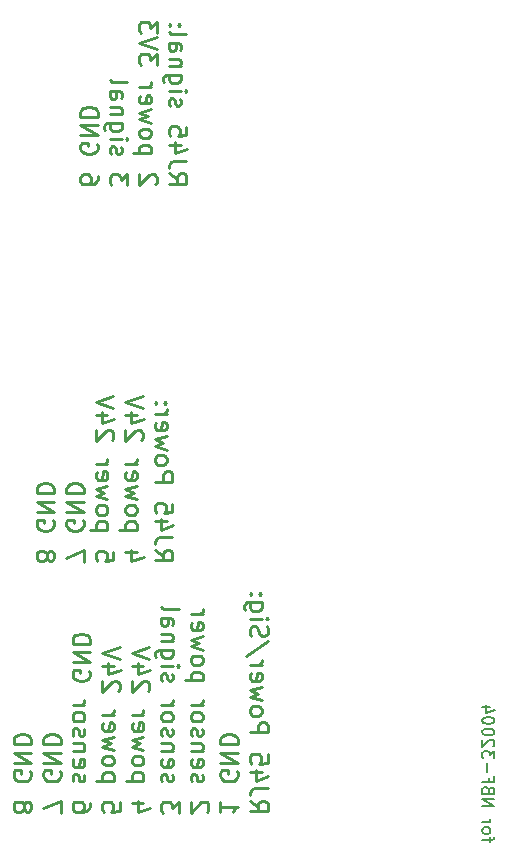
<source format=gbr>
G04 #@! TF.GenerationSoftware,KiCad,Pcbnew,(5.1.2)-2*
G04 #@! TF.CreationDate,2020-11-27T11:43:39-06:00*
G04 #@! TF.ProjectId,TempMonitor10PCB,54656d70-4d6f-46e6-9974-6f7231305043,rev?*
G04 #@! TF.SameCoordinates,Original*
G04 #@! TF.FileFunction,Legend,Bot*
G04 #@! TF.FilePolarity,Positive*
%FSLAX46Y46*%
G04 Gerber Fmt 4.6, Leading zero omitted, Abs format (unit mm)*
G04 Created by KiCad (PCBNEW (5.1.2)-2) date 2020-11-27 11:43:39*
%MOMM*%
%LPD*%
G04 APERTURE LIST*
%ADD10C,0.250000*%
%ADD11C,0.150000*%
G04 APERTURE END LIST*
D10*
X66881628Y-95930614D02*
X67595914Y-96430614D01*
X66881628Y-96787757D02*
X68381628Y-96787757D01*
X68381628Y-96216328D01*
X68310200Y-96073471D01*
X68238771Y-96002042D01*
X68095914Y-95930614D01*
X67881628Y-95930614D01*
X67738771Y-96002042D01*
X67667342Y-96073471D01*
X67595914Y-96216328D01*
X67595914Y-96787757D01*
X68381628Y-94859185D02*
X67310200Y-94859185D01*
X67095914Y-94930614D01*
X66953057Y-95073471D01*
X66881628Y-95287757D01*
X66881628Y-95430614D01*
X67881628Y-93502042D02*
X66881628Y-93502042D01*
X68453057Y-93859185D02*
X67381628Y-94216328D01*
X67381628Y-93287757D01*
X68381628Y-92002042D02*
X68381628Y-92716328D01*
X67667342Y-92787757D01*
X67738771Y-92716328D01*
X67810200Y-92573471D01*
X67810200Y-92216328D01*
X67738771Y-92073471D01*
X67667342Y-92002042D01*
X67524485Y-91930614D01*
X67167342Y-91930614D01*
X67024485Y-92002042D01*
X66953057Y-92073471D01*
X66881628Y-92216328D01*
X66881628Y-92573471D01*
X66953057Y-92716328D01*
X67024485Y-92787757D01*
X66881628Y-90144900D02*
X68381628Y-90144900D01*
X68381628Y-89573471D01*
X68310200Y-89430614D01*
X68238771Y-89359185D01*
X68095914Y-89287757D01*
X67881628Y-89287757D01*
X67738771Y-89359185D01*
X67667342Y-89430614D01*
X67595914Y-89573471D01*
X67595914Y-90144900D01*
X66881628Y-88430614D02*
X66953057Y-88573471D01*
X67024485Y-88644900D01*
X67167342Y-88716328D01*
X67595914Y-88716328D01*
X67738771Y-88644900D01*
X67810200Y-88573471D01*
X67881628Y-88430614D01*
X67881628Y-88216328D01*
X67810200Y-88073471D01*
X67738771Y-88002042D01*
X67595914Y-87930614D01*
X67167342Y-87930614D01*
X67024485Y-88002042D01*
X66953057Y-88073471D01*
X66881628Y-88216328D01*
X66881628Y-88430614D01*
X67881628Y-87430614D02*
X66881628Y-87144900D01*
X67595914Y-86859185D01*
X66881628Y-86573471D01*
X67881628Y-86287757D01*
X66953057Y-85144900D02*
X66881628Y-85287757D01*
X66881628Y-85573471D01*
X66953057Y-85716328D01*
X67095914Y-85787757D01*
X67667342Y-85787757D01*
X67810200Y-85716328D01*
X67881628Y-85573471D01*
X67881628Y-85287757D01*
X67810200Y-85144900D01*
X67667342Y-85073471D01*
X67524485Y-85073471D01*
X67381628Y-85787757D01*
X66881628Y-84430614D02*
X67881628Y-84430614D01*
X67595914Y-84430614D02*
X67738771Y-84359185D01*
X67810200Y-84287757D01*
X67881628Y-84144900D01*
X67881628Y-84002042D01*
X67024485Y-83502042D02*
X66953057Y-83430614D01*
X66881628Y-83502042D01*
X66953057Y-83573471D01*
X67024485Y-83502042D01*
X66881628Y-83502042D01*
X67810200Y-83502042D02*
X67738771Y-83430614D01*
X67667342Y-83502042D01*
X67738771Y-83573471D01*
X67810200Y-83502042D01*
X67667342Y-83502042D01*
X65381628Y-96144900D02*
X64381628Y-96144900D01*
X65953057Y-96502042D02*
X64881628Y-96859185D01*
X64881628Y-95930614D01*
X65381628Y-94216328D02*
X63881628Y-94216328D01*
X65310200Y-94216328D02*
X65381628Y-94073471D01*
X65381628Y-93787757D01*
X65310200Y-93644900D01*
X65238771Y-93573471D01*
X65095914Y-93502042D01*
X64667342Y-93502042D01*
X64524485Y-93573471D01*
X64453057Y-93644900D01*
X64381628Y-93787757D01*
X64381628Y-94073471D01*
X64453057Y-94216328D01*
X64381628Y-92644900D02*
X64453057Y-92787757D01*
X64524485Y-92859185D01*
X64667342Y-92930614D01*
X65095914Y-92930614D01*
X65238771Y-92859185D01*
X65310200Y-92787757D01*
X65381628Y-92644900D01*
X65381628Y-92430614D01*
X65310200Y-92287757D01*
X65238771Y-92216328D01*
X65095914Y-92144900D01*
X64667342Y-92144900D01*
X64524485Y-92216328D01*
X64453057Y-92287757D01*
X64381628Y-92430614D01*
X64381628Y-92644900D01*
X65381628Y-91644900D02*
X64381628Y-91359185D01*
X65095914Y-91073471D01*
X64381628Y-90787757D01*
X65381628Y-90502042D01*
X64453057Y-89359185D02*
X64381628Y-89502042D01*
X64381628Y-89787757D01*
X64453057Y-89930614D01*
X64595914Y-90002042D01*
X65167342Y-90002042D01*
X65310200Y-89930614D01*
X65381628Y-89787757D01*
X65381628Y-89502042D01*
X65310200Y-89359185D01*
X65167342Y-89287757D01*
X65024485Y-89287757D01*
X64881628Y-90002042D01*
X64381628Y-88644900D02*
X65381628Y-88644900D01*
X65095914Y-88644900D02*
X65238771Y-88573471D01*
X65310200Y-88502042D01*
X65381628Y-88359185D01*
X65381628Y-88216328D01*
X65738771Y-86644900D02*
X65810200Y-86573471D01*
X65881628Y-86430614D01*
X65881628Y-86073471D01*
X65810200Y-85930614D01*
X65738771Y-85859185D01*
X65595914Y-85787757D01*
X65453057Y-85787757D01*
X65238771Y-85859185D01*
X64381628Y-86716328D01*
X64381628Y-85787757D01*
X65381628Y-84502042D02*
X64381628Y-84502042D01*
X65953057Y-84859185D02*
X64881628Y-85216328D01*
X64881628Y-84287757D01*
X65881628Y-83930614D02*
X64381628Y-83430614D01*
X65881628Y-82930614D01*
X63381628Y-96073471D02*
X63381628Y-96787757D01*
X62667342Y-96859185D01*
X62738771Y-96787757D01*
X62810200Y-96644900D01*
X62810200Y-96287757D01*
X62738771Y-96144900D01*
X62667342Y-96073471D01*
X62524485Y-96002042D01*
X62167342Y-96002042D01*
X62024485Y-96073471D01*
X61953057Y-96144900D01*
X61881628Y-96287757D01*
X61881628Y-96644900D01*
X61953057Y-96787757D01*
X62024485Y-96859185D01*
X62881628Y-94216328D02*
X61381628Y-94216328D01*
X62810200Y-94216328D02*
X62881628Y-94073471D01*
X62881628Y-93787757D01*
X62810200Y-93644900D01*
X62738771Y-93573471D01*
X62595914Y-93502042D01*
X62167342Y-93502042D01*
X62024485Y-93573471D01*
X61953057Y-93644900D01*
X61881628Y-93787757D01*
X61881628Y-94073471D01*
X61953057Y-94216328D01*
X61881628Y-92644900D02*
X61953057Y-92787757D01*
X62024485Y-92859185D01*
X62167342Y-92930614D01*
X62595914Y-92930614D01*
X62738771Y-92859185D01*
X62810200Y-92787757D01*
X62881628Y-92644900D01*
X62881628Y-92430614D01*
X62810200Y-92287757D01*
X62738771Y-92216328D01*
X62595914Y-92144900D01*
X62167342Y-92144900D01*
X62024485Y-92216328D01*
X61953057Y-92287757D01*
X61881628Y-92430614D01*
X61881628Y-92644900D01*
X62881628Y-91644900D02*
X61881628Y-91359185D01*
X62595914Y-91073471D01*
X61881628Y-90787757D01*
X62881628Y-90502042D01*
X61953057Y-89359185D02*
X61881628Y-89502042D01*
X61881628Y-89787757D01*
X61953057Y-89930614D01*
X62095914Y-90002042D01*
X62667342Y-90002042D01*
X62810200Y-89930614D01*
X62881628Y-89787757D01*
X62881628Y-89502042D01*
X62810200Y-89359185D01*
X62667342Y-89287757D01*
X62524485Y-89287757D01*
X62381628Y-90002042D01*
X61881628Y-88644900D02*
X62881628Y-88644900D01*
X62595914Y-88644900D02*
X62738771Y-88573471D01*
X62810200Y-88502042D01*
X62881628Y-88359185D01*
X62881628Y-88216328D01*
X63238771Y-86644900D02*
X63310200Y-86573471D01*
X63381628Y-86430614D01*
X63381628Y-86073471D01*
X63310200Y-85930614D01*
X63238771Y-85859185D01*
X63095914Y-85787757D01*
X62953057Y-85787757D01*
X62738771Y-85859185D01*
X61881628Y-86716328D01*
X61881628Y-85787757D01*
X62881628Y-84502042D02*
X61881628Y-84502042D01*
X63453057Y-84859185D02*
X62381628Y-85216328D01*
X62381628Y-84287757D01*
X63381628Y-83930614D02*
X61881628Y-83430614D01*
X63381628Y-82930614D01*
X60881628Y-96930614D02*
X60881628Y-95930614D01*
X59381628Y-96573471D01*
X60810200Y-93430614D02*
X60881628Y-93573471D01*
X60881628Y-93787757D01*
X60810200Y-94002042D01*
X60667342Y-94144900D01*
X60524485Y-94216328D01*
X60238771Y-94287757D01*
X60024485Y-94287757D01*
X59738771Y-94216328D01*
X59595914Y-94144900D01*
X59453057Y-94002042D01*
X59381628Y-93787757D01*
X59381628Y-93644900D01*
X59453057Y-93430614D01*
X59524485Y-93359185D01*
X60024485Y-93359185D01*
X60024485Y-93644900D01*
X59381628Y-92716328D02*
X60881628Y-92716328D01*
X59381628Y-91859185D01*
X60881628Y-91859185D01*
X59381628Y-91144900D02*
X60881628Y-91144900D01*
X60881628Y-90787757D01*
X60810200Y-90573471D01*
X60667342Y-90430614D01*
X60524485Y-90359185D01*
X60238771Y-90287757D01*
X60024485Y-90287757D01*
X59738771Y-90359185D01*
X59595914Y-90430614D01*
X59453057Y-90573471D01*
X59381628Y-90787757D01*
X59381628Y-91144900D01*
X57738771Y-96573471D02*
X57810200Y-96716328D01*
X57881628Y-96787757D01*
X58024485Y-96859185D01*
X58095914Y-96859185D01*
X58238771Y-96787757D01*
X58310200Y-96716328D01*
X58381628Y-96573471D01*
X58381628Y-96287757D01*
X58310200Y-96144900D01*
X58238771Y-96073471D01*
X58095914Y-96002042D01*
X58024485Y-96002042D01*
X57881628Y-96073471D01*
X57810200Y-96144900D01*
X57738771Y-96287757D01*
X57738771Y-96573471D01*
X57667342Y-96716328D01*
X57595914Y-96787757D01*
X57453057Y-96859185D01*
X57167342Y-96859185D01*
X57024485Y-96787757D01*
X56953057Y-96716328D01*
X56881628Y-96573471D01*
X56881628Y-96287757D01*
X56953057Y-96144900D01*
X57024485Y-96073471D01*
X57167342Y-96002042D01*
X57453057Y-96002042D01*
X57595914Y-96073471D01*
X57667342Y-96144900D01*
X57738771Y-96287757D01*
X58310200Y-93430614D02*
X58381628Y-93573471D01*
X58381628Y-93787757D01*
X58310200Y-94002042D01*
X58167342Y-94144900D01*
X58024485Y-94216328D01*
X57738771Y-94287757D01*
X57524485Y-94287757D01*
X57238771Y-94216328D01*
X57095914Y-94144900D01*
X56953057Y-94002042D01*
X56881628Y-93787757D01*
X56881628Y-93644900D01*
X56953057Y-93430614D01*
X57024485Y-93359185D01*
X57524485Y-93359185D01*
X57524485Y-93644900D01*
X56881628Y-92716328D02*
X58381628Y-92716328D01*
X56881628Y-91859185D01*
X58381628Y-91859185D01*
X56881628Y-91144900D02*
X58381628Y-91144900D01*
X58381628Y-90787757D01*
X58310200Y-90573471D01*
X58167342Y-90430614D01*
X58024485Y-90359185D01*
X57738771Y-90287757D01*
X57524485Y-90287757D01*
X57238771Y-90359185D01*
X57095914Y-90430614D01*
X56953057Y-90573471D01*
X56881628Y-90787757D01*
X56881628Y-91144900D01*
X68070028Y-64053614D02*
X68784314Y-64553614D01*
X68070028Y-64910757D02*
X69570028Y-64910757D01*
X69570028Y-64339328D01*
X69498600Y-64196471D01*
X69427171Y-64125042D01*
X69284314Y-64053614D01*
X69070028Y-64053614D01*
X68927171Y-64125042D01*
X68855742Y-64196471D01*
X68784314Y-64339328D01*
X68784314Y-64910757D01*
X69570028Y-62982185D02*
X68498600Y-62982185D01*
X68284314Y-63053614D01*
X68141457Y-63196471D01*
X68070028Y-63410757D01*
X68070028Y-63553614D01*
X69070028Y-61625042D02*
X68070028Y-61625042D01*
X69641457Y-61982185D02*
X68570028Y-62339328D01*
X68570028Y-61410757D01*
X69570028Y-60125042D02*
X69570028Y-60839328D01*
X68855742Y-60910757D01*
X68927171Y-60839328D01*
X68998600Y-60696471D01*
X68998600Y-60339328D01*
X68927171Y-60196471D01*
X68855742Y-60125042D01*
X68712885Y-60053614D01*
X68355742Y-60053614D01*
X68212885Y-60125042D01*
X68141457Y-60196471D01*
X68070028Y-60339328D01*
X68070028Y-60696471D01*
X68141457Y-60839328D01*
X68212885Y-60910757D01*
X68141457Y-58339328D02*
X68070028Y-58196471D01*
X68070028Y-57910757D01*
X68141457Y-57767900D01*
X68284314Y-57696471D01*
X68355742Y-57696471D01*
X68498600Y-57767900D01*
X68570028Y-57910757D01*
X68570028Y-58125042D01*
X68641457Y-58267900D01*
X68784314Y-58339328D01*
X68855742Y-58339328D01*
X68998600Y-58267900D01*
X69070028Y-58125042D01*
X69070028Y-57910757D01*
X68998600Y-57767900D01*
X68070028Y-57053614D02*
X69070028Y-57053614D01*
X69570028Y-57053614D02*
X69498600Y-57125042D01*
X69427171Y-57053614D01*
X69498600Y-56982185D01*
X69570028Y-57053614D01*
X69427171Y-57053614D01*
X69070028Y-55696471D02*
X67855742Y-55696471D01*
X67712885Y-55767900D01*
X67641457Y-55839328D01*
X67570028Y-55982185D01*
X67570028Y-56196471D01*
X67641457Y-56339328D01*
X68141457Y-55696471D02*
X68070028Y-55839328D01*
X68070028Y-56125042D01*
X68141457Y-56267900D01*
X68212885Y-56339328D01*
X68355742Y-56410757D01*
X68784314Y-56410757D01*
X68927171Y-56339328D01*
X68998600Y-56267900D01*
X69070028Y-56125042D01*
X69070028Y-55839328D01*
X68998600Y-55696471D01*
X69070028Y-54982185D02*
X68070028Y-54982185D01*
X68927171Y-54982185D02*
X68998600Y-54910757D01*
X69070028Y-54767900D01*
X69070028Y-54553614D01*
X68998600Y-54410757D01*
X68855742Y-54339328D01*
X68070028Y-54339328D01*
X68070028Y-52982185D02*
X68855742Y-52982185D01*
X68998600Y-53053614D01*
X69070028Y-53196471D01*
X69070028Y-53482185D01*
X68998600Y-53625042D01*
X68141457Y-52982185D02*
X68070028Y-53125042D01*
X68070028Y-53482185D01*
X68141457Y-53625042D01*
X68284314Y-53696471D01*
X68427171Y-53696471D01*
X68570028Y-53625042D01*
X68641457Y-53482185D01*
X68641457Y-53125042D01*
X68712885Y-52982185D01*
X68070028Y-52053614D02*
X68141457Y-52196471D01*
X68284314Y-52267900D01*
X69570028Y-52267900D01*
X68212885Y-51482185D02*
X68141457Y-51410757D01*
X68070028Y-51482185D01*
X68141457Y-51553614D01*
X68212885Y-51482185D01*
X68070028Y-51482185D01*
X68998600Y-51482185D02*
X68927171Y-51410757D01*
X68855742Y-51482185D01*
X68927171Y-51553614D01*
X68998600Y-51482185D01*
X68855742Y-51482185D01*
X66927171Y-64982185D02*
X66998600Y-64910757D01*
X67070028Y-64767900D01*
X67070028Y-64410757D01*
X66998600Y-64267900D01*
X66927171Y-64196471D01*
X66784314Y-64125042D01*
X66641457Y-64125042D01*
X66427171Y-64196471D01*
X65570028Y-65053614D01*
X65570028Y-64125042D01*
X66570028Y-62339328D02*
X65070028Y-62339328D01*
X66498600Y-62339328D02*
X66570028Y-62196471D01*
X66570028Y-61910757D01*
X66498600Y-61767900D01*
X66427171Y-61696471D01*
X66284314Y-61625042D01*
X65855742Y-61625042D01*
X65712885Y-61696471D01*
X65641457Y-61767900D01*
X65570028Y-61910757D01*
X65570028Y-62196471D01*
X65641457Y-62339328D01*
X65570028Y-60767900D02*
X65641457Y-60910757D01*
X65712885Y-60982185D01*
X65855742Y-61053614D01*
X66284314Y-61053614D01*
X66427171Y-60982185D01*
X66498600Y-60910757D01*
X66570028Y-60767900D01*
X66570028Y-60553614D01*
X66498600Y-60410757D01*
X66427171Y-60339328D01*
X66284314Y-60267900D01*
X65855742Y-60267900D01*
X65712885Y-60339328D01*
X65641457Y-60410757D01*
X65570028Y-60553614D01*
X65570028Y-60767900D01*
X66570028Y-59767900D02*
X65570028Y-59482185D01*
X66284314Y-59196471D01*
X65570028Y-58910757D01*
X66570028Y-58625042D01*
X65641457Y-57482185D02*
X65570028Y-57625042D01*
X65570028Y-57910757D01*
X65641457Y-58053614D01*
X65784314Y-58125042D01*
X66355742Y-58125042D01*
X66498600Y-58053614D01*
X66570028Y-57910757D01*
X66570028Y-57625042D01*
X66498600Y-57482185D01*
X66355742Y-57410757D01*
X66212885Y-57410757D01*
X66070028Y-58125042D01*
X65570028Y-56767900D02*
X66570028Y-56767900D01*
X66284314Y-56767900D02*
X66427171Y-56696471D01*
X66498600Y-56625042D01*
X66570028Y-56482185D01*
X66570028Y-56339328D01*
X67070028Y-54839328D02*
X67070028Y-53910757D01*
X66498600Y-54410757D01*
X66498600Y-54196471D01*
X66427171Y-54053614D01*
X66355742Y-53982185D01*
X66212885Y-53910757D01*
X65855742Y-53910757D01*
X65712885Y-53982185D01*
X65641457Y-54053614D01*
X65570028Y-54196471D01*
X65570028Y-54625042D01*
X65641457Y-54767900D01*
X65712885Y-54839328D01*
X67070028Y-53482185D02*
X65570028Y-52982185D01*
X67070028Y-52482185D01*
X67070028Y-52125042D02*
X67070028Y-51196471D01*
X66498600Y-51696471D01*
X66498600Y-51482185D01*
X66427171Y-51339328D01*
X66355742Y-51267900D01*
X66212885Y-51196471D01*
X65855742Y-51196471D01*
X65712885Y-51267900D01*
X65641457Y-51339328D01*
X65570028Y-51482185D01*
X65570028Y-51910757D01*
X65641457Y-52053614D01*
X65712885Y-52125042D01*
X64570028Y-65053614D02*
X64570028Y-64125042D01*
X63998600Y-64625042D01*
X63998600Y-64410757D01*
X63927171Y-64267900D01*
X63855742Y-64196471D01*
X63712885Y-64125042D01*
X63355742Y-64125042D01*
X63212885Y-64196471D01*
X63141457Y-64267900D01*
X63070028Y-64410757D01*
X63070028Y-64839328D01*
X63141457Y-64982185D01*
X63212885Y-65053614D01*
X63141457Y-62410757D02*
X63070028Y-62267900D01*
X63070028Y-61982185D01*
X63141457Y-61839328D01*
X63284314Y-61767900D01*
X63355742Y-61767900D01*
X63498600Y-61839328D01*
X63570028Y-61982185D01*
X63570028Y-62196471D01*
X63641457Y-62339328D01*
X63784314Y-62410757D01*
X63855742Y-62410757D01*
X63998600Y-62339328D01*
X64070028Y-62196471D01*
X64070028Y-61982185D01*
X63998600Y-61839328D01*
X63070028Y-61125042D02*
X64070028Y-61125042D01*
X64570028Y-61125042D02*
X64498600Y-61196471D01*
X64427171Y-61125042D01*
X64498600Y-61053614D01*
X64570028Y-61125042D01*
X64427171Y-61125042D01*
X64070028Y-59767900D02*
X62855742Y-59767900D01*
X62712885Y-59839328D01*
X62641457Y-59910757D01*
X62570028Y-60053614D01*
X62570028Y-60267900D01*
X62641457Y-60410757D01*
X63141457Y-59767900D02*
X63070028Y-59910757D01*
X63070028Y-60196471D01*
X63141457Y-60339328D01*
X63212885Y-60410757D01*
X63355742Y-60482185D01*
X63784314Y-60482185D01*
X63927171Y-60410757D01*
X63998600Y-60339328D01*
X64070028Y-60196471D01*
X64070028Y-59910757D01*
X63998600Y-59767900D01*
X64070028Y-59053614D02*
X63070028Y-59053614D01*
X63927171Y-59053614D02*
X63998600Y-58982185D01*
X64070028Y-58839328D01*
X64070028Y-58625042D01*
X63998600Y-58482185D01*
X63855742Y-58410757D01*
X63070028Y-58410757D01*
X63070028Y-57053614D02*
X63855742Y-57053614D01*
X63998600Y-57125042D01*
X64070028Y-57267900D01*
X64070028Y-57553614D01*
X63998600Y-57696471D01*
X63141457Y-57053614D02*
X63070028Y-57196471D01*
X63070028Y-57553614D01*
X63141457Y-57696471D01*
X63284314Y-57767900D01*
X63427171Y-57767900D01*
X63570028Y-57696471D01*
X63641457Y-57553614D01*
X63641457Y-57196471D01*
X63712885Y-57053614D01*
X63070028Y-56125042D02*
X63141457Y-56267900D01*
X63284314Y-56339328D01*
X64570028Y-56339328D01*
X62070028Y-64267900D02*
X62070028Y-64553614D01*
X61998600Y-64696471D01*
X61927171Y-64767900D01*
X61712885Y-64910757D01*
X61427171Y-64982185D01*
X60855742Y-64982185D01*
X60712885Y-64910757D01*
X60641457Y-64839328D01*
X60570028Y-64696471D01*
X60570028Y-64410757D01*
X60641457Y-64267900D01*
X60712885Y-64196471D01*
X60855742Y-64125042D01*
X61212885Y-64125042D01*
X61355742Y-64196471D01*
X61427171Y-64267900D01*
X61498600Y-64410757D01*
X61498600Y-64696471D01*
X61427171Y-64839328D01*
X61355742Y-64910757D01*
X61212885Y-64982185D01*
X61998600Y-61553614D02*
X62070028Y-61696471D01*
X62070028Y-61910757D01*
X61998600Y-62125042D01*
X61855742Y-62267900D01*
X61712885Y-62339328D01*
X61427171Y-62410757D01*
X61212885Y-62410757D01*
X60927171Y-62339328D01*
X60784314Y-62267900D01*
X60641457Y-62125042D01*
X60570028Y-61910757D01*
X60570028Y-61767900D01*
X60641457Y-61553614D01*
X60712885Y-61482185D01*
X61212885Y-61482185D01*
X61212885Y-61767900D01*
X60570028Y-60839328D02*
X62070028Y-60839328D01*
X60570028Y-59982185D01*
X62070028Y-59982185D01*
X60570028Y-59267900D02*
X62070028Y-59267900D01*
X62070028Y-58910757D01*
X61998600Y-58696471D01*
X61855742Y-58553614D01*
X61712885Y-58482185D01*
X61427171Y-58410757D01*
X61212885Y-58410757D01*
X60927171Y-58482185D01*
X60784314Y-58553614D01*
X60641457Y-58696471D01*
X60570028Y-58910757D01*
X60570028Y-59267900D01*
X74929628Y-117165014D02*
X75643914Y-117665014D01*
X74929628Y-118022157D02*
X76429628Y-118022157D01*
X76429628Y-117450728D01*
X76358200Y-117307871D01*
X76286771Y-117236442D01*
X76143914Y-117165014D01*
X75929628Y-117165014D01*
X75786771Y-117236442D01*
X75715342Y-117307871D01*
X75643914Y-117450728D01*
X75643914Y-118022157D01*
X76429628Y-116093585D02*
X75358200Y-116093585D01*
X75143914Y-116165014D01*
X75001057Y-116307871D01*
X74929628Y-116522157D01*
X74929628Y-116665014D01*
X75929628Y-114736442D02*
X74929628Y-114736442D01*
X76501057Y-115093585D02*
X75429628Y-115450728D01*
X75429628Y-114522157D01*
X76429628Y-113236442D02*
X76429628Y-113950728D01*
X75715342Y-114022157D01*
X75786771Y-113950728D01*
X75858200Y-113807871D01*
X75858200Y-113450728D01*
X75786771Y-113307871D01*
X75715342Y-113236442D01*
X75572485Y-113165014D01*
X75215342Y-113165014D01*
X75072485Y-113236442D01*
X75001057Y-113307871D01*
X74929628Y-113450728D01*
X74929628Y-113807871D01*
X75001057Y-113950728D01*
X75072485Y-114022157D01*
X74929628Y-111379300D02*
X76429628Y-111379300D01*
X76429628Y-110807871D01*
X76358200Y-110665014D01*
X76286771Y-110593585D01*
X76143914Y-110522157D01*
X75929628Y-110522157D01*
X75786771Y-110593585D01*
X75715342Y-110665014D01*
X75643914Y-110807871D01*
X75643914Y-111379300D01*
X74929628Y-109665014D02*
X75001057Y-109807871D01*
X75072485Y-109879300D01*
X75215342Y-109950728D01*
X75643914Y-109950728D01*
X75786771Y-109879300D01*
X75858200Y-109807871D01*
X75929628Y-109665014D01*
X75929628Y-109450728D01*
X75858200Y-109307871D01*
X75786771Y-109236442D01*
X75643914Y-109165014D01*
X75215342Y-109165014D01*
X75072485Y-109236442D01*
X75001057Y-109307871D01*
X74929628Y-109450728D01*
X74929628Y-109665014D01*
X75929628Y-108665014D02*
X74929628Y-108379300D01*
X75643914Y-108093585D01*
X74929628Y-107807871D01*
X75929628Y-107522157D01*
X75001057Y-106379300D02*
X74929628Y-106522157D01*
X74929628Y-106807871D01*
X75001057Y-106950728D01*
X75143914Y-107022157D01*
X75715342Y-107022157D01*
X75858200Y-106950728D01*
X75929628Y-106807871D01*
X75929628Y-106522157D01*
X75858200Y-106379300D01*
X75715342Y-106307871D01*
X75572485Y-106307871D01*
X75429628Y-107022157D01*
X74929628Y-105665014D02*
X75929628Y-105665014D01*
X75643914Y-105665014D02*
X75786771Y-105593585D01*
X75858200Y-105522157D01*
X75929628Y-105379300D01*
X75929628Y-105236442D01*
X76501057Y-103665014D02*
X74572485Y-104950728D01*
X75001057Y-103236442D02*
X74929628Y-103022157D01*
X74929628Y-102665014D01*
X75001057Y-102522157D01*
X75072485Y-102450728D01*
X75215342Y-102379300D01*
X75358200Y-102379300D01*
X75501057Y-102450728D01*
X75572485Y-102522157D01*
X75643914Y-102665014D01*
X75715342Y-102950728D01*
X75786771Y-103093585D01*
X75858200Y-103165014D01*
X76001057Y-103236442D01*
X76143914Y-103236442D01*
X76286771Y-103165014D01*
X76358200Y-103093585D01*
X76429628Y-102950728D01*
X76429628Y-102593585D01*
X76358200Y-102379300D01*
X74929628Y-101736442D02*
X75929628Y-101736442D01*
X76429628Y-101736442D02*
X76358200Y-101807871D01*
X76286771Y-101736442D01*
X76358200Y-101665014D01*
X76429628Y-101736442D01*
X76286771Y-101736442D01*
X75929628Y-100379300D02*
X74715342Y-100379300D01*
X74572485Y-100450728D01*
X74501057Y-100522157D01*
X74429628Y-100665014D01*
X74429628Y-100879300D01*
X74501057Y-101022157D01*
X75001057Y-100379300D02*
X74929628Y-100522157D01*
X74929628Y-100807871D01*
X75001057Y-100950728D01*
X75072485Y-101022157D01*
X75215342Y-101093585D01*
X75643914Y-101093585D01*
X75786771Y-101022157D01*
X75858200Y-100950728D01*
X75929628Y-100807871D01*
X75929628Y-100522157D01*
X75858200Y-100379300D01*
X75072485Y-99665014D02*
X75001057Y-99593585D01*
X74929628Y-99665014D01*
X75001057Y-99736442D01*
X75072485Y-99665014D01*
X74929628Y-99665014D01*
X75858200Y-99665014D02*
X75786771Y-99593585D01*
X75715342Y-99665014D01*
X75786771Y-99736442D01*
X75858200Y-99665014D01*
X75715342Y-99665014D01*
X72429628Y-117236442D02*
X72429628Y-118093585D01*
X72429628Y-117665014D02*
X73929628Y-117665014D01*
X73715342Y-117807871D01*
X73572485Y-117950728D01*
X73501057Y-118093585D01*
X73858200Y-114665014D02*
X73929628Y-114807871D01*
X73929628Y-115022157D01*
X73858200Y-115236442D01*
X73715342Y-115379300D01*
X73572485Y-115450728D01*
X73286771Y-115522157D01*
X73072485Y-115522157D01*
X72786771Y-115450728D01*
X72643914Y-115379300D01*
X72501057Y-115236442D01*
X72429628Y-115022157D01*
X72429628Y-114879300D01*
X72501057Y-114665014D01*
X72572485Y-114593585D01*
X73072485Y-114593585D01*
X73072485Y-114879300D01*
X72429628Y-113950728D02*
X73929628Y-113950728D01*
X72429628Y-113093585D01*
X73929628Y-113093585D01*
X72429628Y-112379300D02*
X73929628Y-112379300D01*
X73929628Y-112022157D01*
X73858200Y-111807871D01*
X73715342Y-111665014D01*
X73572485Y-111593585D01*
X73286771Y-111522157D01*
X73072485Y-111522157D01*
X72786771Y-111593585D01*
X72643914Y-111665014D01*
X72501057Y-111807871D01*
X72429628Y-112022157D01*
X72429628Y-112379300D01*
X71286771Y-118093585D02*
X71358200Y-118022157D01*
X71429628Y-117879300D01*
X71429628Y-117522157D01*
X71358200Y-117379300D01*
X71286771Y-117307871D01*
X71143914Y-117236442D01*
X71001057Y-117236442D01*
X70786771Y-117307871D01*
X69929628Y-118165014D01*
X69929628Y-117236442D01*
X70001057Y-115522157D02*
X69929628Y-115379300D01*
X69929628Y-115093585D01*
X70001057Y-114950728D01*
X70143914Y-114879300D01*
X70215342Y-114879300D01*
X70358200Y-114950728D01*
X70429628Y-115093585D01*
X70429628Y-115307871D01*
X70501057Y-115450728D01*
X70643914Y-115522157D01*
X70715342Y-115522157D01*
X70858200Y-115450728D01*
X70929628Y-115307871D01*
X70929628Y-115093585D01*
X70858200Y-114950728D01*
X70001057Y-113665014D02*
X69929628Y-113807871D01*
X69929628Y-114093585D01*
X70001057Y-114236442D01*
X70143914Y-114307871D01*
X70715342Y-114307871D01*
X70858200Y-114236442D01*
X70929628Y-114093585D01*
X70929628Y-113807871D01*
X70858200Y-113665014D01*
X70715342Y-113593585D01*
X70572485Y-113593585D01*
X70429628Y-114307871D01*
X70929628Y-112950728D02*
X69929628Y-112950728D01*
X70786771Y-112950728D02*
X70858200Y-112879300D01*
X70929628Y-112736442D01*
X70929628Y-112522157D01*
X70858200Y-112379300D01*
X70715342Y-112307871D01*
X69929628Y-112307871D01*
X70001057Y-111665014D02*
X69929628Y-111522157D01*
X69929628Y-111236442D01*
X70001057Y-111093585D01*
X70143914Y-111022157D01*
X70215342Y-111022157D01*
X70358200Y-111093585D01*
X70429628Y-111236442D01*
X70429628Y-111450728D01*
X70501057Y-111593585D01*
X70643914Y-111665014D01*
X70715342Y-111665014D01*
X70858200Y-111593585D01*
X70929628Y-111450728D01*
X70929628Y-111236442D01*
X70858200Y-111093585D01*
X69929628Y-110165014D02*
X70001057Y-110307871D01*
X70072485Y-110379300D01*
X70215342Y-110450728D01*
X70643914Y-110450728D01*
X70786771Y-110379300D01*
X70858200Y-110307871D01*
X70929628Y-110165014D01*
X70929628Y-109950728D01*
X70858200Y-109807871D01*
X70786771Y-109736442D01*
X70643914Y-109665014D01*
X70215342Y-109665014D01*
X70072485Y-109736442D01*
X70001057Y-109807871D01*
X69929628Y-109950728D01*
X69929628Y-110165014D01*
X69929628Y-109022157D02*
X70929628Y-109022157D01*
X70643914Y-109022157D02*
X70786771Y-108950728D01*
X70858200Y-108879300D01*
X70929628Y-108736442D01*
X70929628Y-108593585D01*
X70929628Y-106950728D02*
X69429628Y-106950728D01*
X70858200Y-106950728D02*
X70929628Y-106807871D01*
X70929628Y-106522157D01*
X70858200Y-106379300D01*
X70786771Y-106307871D01*
X70643914Y-106236442D01*
X70215342Y-106236442D01*
X70072485Y-106307871D01*
X70001057Y-106379300D01*
X69929628Y-106522157D01*
X69929628Y-106807871D01*
X70001057Y-106950728D01*
X69929628Y-105379300D02*
X70001057Y-105522157D01*
X70072485Y-105593585D01*
X70215342Y-105665014D01*
X70643914Y-105665014D01*
X70786771Y-105593585D01*
X70858200Y-105522157D01*
X70929628Y-105379300D01*
X70929628Y-105165014D01*
X70858200Y-105022157D01*
X70786771Y-104950728D01*
X70643914Y-104879300D01*
X70215342Y-104879300D01*
X70072485Y-104950728D01*
X70001057Y-105022157D01*
X69929628Y-105165014D01*
X69929628Y-105379300D01*
X70929628Y-104379300D02*
X69929628Y-104093585D01*
X70643914Y-103807871D01*
X69929628Y-103522157D01*
X70929628Y-103236442D01*
X70001057Y-102093585D02*
X69929628Y-102236442D01*
X69929628Y-102522157D01*
X70001057Y-102665014D01*
X70143914Y-102736442D01*
X70715342Y-102736442D01*
X70858200Y-102665014D01*
X70929628Y-102522157D01*
X70929628Y-102236442D01*
X70858200Y-102093585D01*
X70715342Y-102022157D01*
X70572485Y-102022157D01*
X70429628Y-102736442D01*
X69929628Y-101379300D02*
X70929628Y-101379300D01*
X70643914Y-101379300D02*
X70786771Y-101307871D01*
X70858200Y-101236442D01*
X70929628Y-101093585D01*
X70929628Y-100950728D01*
X68929628Y-118165014D02*
X68929628Y-117236442D01*
X68358200Y-117736442D01*
X68358200Y-117522157D01*
X68286771Y-117379300D01*
X68215342Y-117307871D01*
X68072485Y-117236442D01*
X67715342Y-117236442D01*
X67572485Y-117307871D01*
X67501057Y-117379300D01*
X67429628Y-117522157D01*
X67429628Y-117950728D01*
X67501057Y-118093585D01*
X67572485Y-118165014D01*
X67501057Y-115522157D02*
X67429628Y-115379300D01*
X67429628Y-115093585D01*
X67501057Y-114950728D01*
X67643914Y-114879300D01*
X67715342Y-114879300D01*
X67858200Y-114950728D01*
X67929628Y-115093585D01*
X67929628Y-115307871D01*
X68001057Y-115450728D01*
X68143914Y-115522157D01*
X68215342Y-115522157D01*
X68358200Y-115450728D01*
X68429628Y-115307871D01*
X68429628Y-115093585D01*
X68358200Y-114950728D01*
X67501057Y-113665014D02*
X67429628Y-113807871D01*
X67429628Y-114093585D01*
X67501057Y-114236442D01*
X67643914Y-114307871D01*
X68215342Y-114307871D01*
X68358200Y-114236442D01*
X68429628Y-114093585D01*
X68429628Y-113807871D01*
X68358200Y-113665014D01*
X68215342Y-113593585D01*
X68072485Y-113593585D01*
X67929628Y-114307871D01*
X68429628Y-112950728D02*
X67429628Y-112950728D01*
X68286771Y-112950728D02*
X68358200Y-112879300D01*
X68429628Y-112736442D01*
X68429628Y-112522157D01*
X68358200Y-112379300D01*
X68215342Y-112307871D01*
X67429628Y-112307871D01*
X67501057Y-111665014D02*
X67429628Y-111522157D01*
X67429628Y-111236442D01*
X67501057Y-111093585D01*
X67643914Y-111022157D01*
X67715342Y-111022157D01*
X67858200Y-111093585D01*
X67929628Y-111236442D01*
X67929628Y-111450728D01*
X68001057Y-111593585D01*
X68143914Y-111665014D01*
X68215342Y-111665014D01*
X68358200Y-111593585D01*
X68429628Y-111450728D01*
X68429628Y-111236442D01*
X68358200Y-111093585D01*
X67429628Y-110165014D02*
X67501057Y-110307871D01*
X67572485Y-110379300D01*
X67715342Y-110450728D01*
X68143914Y-110450728D01*
X68286771Y-110379300D01*
X68358200Y-110307871D01*
X68429628Y-110165014D01*
X68429628Y-109950728D01*
X68358200Y-109807871D01*
X68286771Y-109736442D01*
X68143914Y-109665014D01*
X67715342Y-109665014D01*
X67572485Y-109736442D01*
X67501057Y-109807871D01*
X67429628Y-109950728D01*
X67429628Y-110165014D01*
X67429628Y-109022157D02*
X68429628Y-109022157D01*
X68143914Y-109022157D02*
X68286771Y-108950728D01*
X68358200Y-108879300D01*
X68429628Y-108736442D01*
X68429628Y-108593585D01*
X67501057Y-107022157D02*
X67429628Y-106879300D01*
X67429628Y-106593585D01*
X67501057Y-106450728D01*
X67643914Y-106379300D01*
X67715342Y-106379300D01*
X67858200Y-106450728D01*
X67929628Y-106593585D01*
X67929628Y-106807871D01*
X68001057Y-106950728D01*
X68143914Y-107022157D01*
X68215342Y-107022157D01*
X68358200Y-106950728D01*
X68429628Y-106807871D01*
X68429628Y-106593585D01*
X68358200Y-106450728D01*
X67429628Y-105736442D02*
X68429628Y-105736442D01*
X68929628Y-105736442D02*
X68858200Y-105807871D01*
X68786771Y-105736442D01*
X68858200Y-105665014D01*
X68929628Y-105736442D01*
X68786771Y-105736442D01*
X68429628Y-104379300D02*
X67215342Y-104379300D01*
X67072485Y-104450728D01*
X67001057Y-104522157D01*
X66929628Y-104665014D01*
X66929628Y-104879300D01*
X67001057Y-105022157D01*
X67501057Y-104379300D02*
X67429628Y-104522157D01*
X67429628Y-104807871D01*
X67501057Y-104950728D01*
X67572485Y-105022157D01*
X67715342Y-105093585D01*
X68143914Y-105093585D01*
X68286771Y-105022157D01*
X68358200Y-104950728D01*
X68429628Y-104807871D01*
X68429628Y-104522157D01*
X68358200Y-104379300D01*
X68429628Y-103665014D02*
X67429628Y-103665014D01*
X68286771Y-103665014D02*
X68358200Y-103593585D01*
X68429628Y-103450728D01*
X68429628Y-103236442D01*
X68358200Y-103093585D01*
X68215342Y-103022157D01*
X67429628Y-103022157D01*
X67429628Y-101665014D02*
X68215342Y-101665014D01*
X68358200Y-101736442D01*
X68429628Y-101879300D01*
X68429628Y-102165014D01*
X68358200Y-102307871D01*
X67501057Y-101665014D02*
X67429628Y-101807871D01*
X67429628Y-102165014D01*
X67501057Y-102307871D01*
X67643914Y-102379300D01*
X67786771Y-102379300D01*
X67929628Y-102307871D01*
X68001057Y-102165014D01*
X68001057Y-101807871D01*
X68072485Y-101665014D01*
X67429628Y-100736442D02*
X67501057Y-100879300D01*
X67643914Y-100950728D01*
X68929628Y-100950728D01*
X65929628Y-117379300D02*
X64929628Y-117379300D01*
X66501057Y-117736442D02*
X65429628Y-118093585D01*
X65429628Y-117165014D01*
X65929628Y-115450728D02*
X64429628Y-115450728D01*
X65858200Y-115450728D02*
X65929628Y-115307871D01*
X65929628Y-115022157D01*
X65858200Y-114879300D01*
X65786771Y-114807871D01*
X65643914Y-114736442D01*
X65215342Y-114736442D01*
X65072485Y-114807871D01*
X65001057Y-114879300D01*
X64929628Y-115022157D01*
X64929628Y-115307871D01*
X65001057Y-115450728D01*
X64929628Y-113879300D02*
X65001057Y-114022157D01*
X65072485Y-114093585D01*
X65215342Y-114165014D01*
X65643914Y-114165014D01*
X65786771Y-114093585D01*
X65858200Y-114022157D01*
X65929628Y-113879300D01*
X65929628Y-113665014D01*
X65858200Y-113522157D01*
X65786771Y-113450728D01*
X65643914Y-113379300D01*
X65215342Y-113379300D01*
X65072485Y-113450728D01*
X65001057Y-113522157D01*
X64929628Y-113665014D01*
X64929628Y-113879300D01*
X65929628Y-112879300D02*
X64929628Y-112593585D01*
X65643914Y-112307871D01*
X64929628Y-112022157D01*
X65929628Y-111736442D01*
X65001057Y-110593585D02*
X64929628Y-110736442D01*
X64929628Y-111022157D01*
X65001057Y-111165014D01*
X65143914Y-111236442D01*
X65715342Y-111236442D01*
X65858200Y-111165014D01*
X65929628Y-111022157D01*
X65929628Y-110736442D01*
X65858200Y-110593585D01*
X65715342Y-110522157D01*
X65572485Y-110522157D01*
X65429628Y-111236442D01*
X64929628Y-109879300D02*
X65929628Y-109879300D01*
X65643914Y-109879300D02*
X65786771Y-109807871D01*
X65858200Y-109736442D01*
X65929628Y-109593585D01*
X65929628Y-109450728D01*
X66286771Y-107879300D02*
X66358200Y-107807871D01*
X66429628Y-107665014D01*
X66429628Y-107307871D01*
X66358200Y-107165014D01*
X66286771Y-107093585D01*
X66143914Y-107022157D01*
X66001057Y-107022157D01*
X65786771Y-107093585D01*
X64929628Y-107950728D01*
X64929628Y-107022157D01*
X65929628Y-105736442D02*
X64929628Y-105736442D01*
X66501057Y-106093585D02*
X65429628Y-106450728D01*
X65429628Y-105522157D01*
X66429628Y-105165014D02*
X64929628Y-104665014D01*
X66429628Y-104165014D01*
X63929628Y-117307871D02*
X63929628Y-118022157D01*
X63215342Y-118093585D01*
X63286771Y-118022157D01*
X63358200Y-117879300D01*
X63358200Y-117522157D01*
X63286771Y-117379300D01*
X63215342Y-117307871D01*
X63072485Y-117236442D01*
X62715342Y-117236442D01*
X62572485Y-117307871D01*
X62501057Y-117379300D01*
X62429628Y-117522157D01*
X62429628Y-117879300D01*
X62501057Y-118022157D01*
X62572485Y-118093585D01*
X63429628Y-115450728D02*
X61929628Y-115450728D01*
X63358200Y-115450728D02*
X63429628Y-115307871D01*
X63429628Y-115022157D01*
X63358200Y-114879300D01*
X63286771Y-114807871D01*
X63143914Y-114736442D01*
X62715342Y-114736442D01*
X62572485Y-114807871D01*
X62501057Y-114879300D01*
X62429628Y-115022157D01*
X62429628Y-115307871D01*
X62501057Y-115450728D01*
X62429628Y-113879300D02*
X62501057Y-114022157D01*
X62572485Y-114093585D01*
X62715342Y-114165014D01*
X63143914Y-114165014D01*
X63286771Y-114093585D01*
X63358200Y-114022157D01*
X63429628Y-113879300D01*
X63429628Y-113665014D01*
X63358200Y-113522157D01*
X63286771Y-113450728D01*
X63143914Y-113379300D01*
X62715342Y-113379300D01*
X62572485Y-113450728D01*
X62501057Y-113522157D01*
X62429628Y-113665014D01*
X62429628Y-113879300D01*
X63429628Y-112879300D02*
X62429628Y-112593585D01*
X63143914Y-112307871D01*
X62429628Y-112022157D01*
X63429628Y-111736442D01*
X62501057Y-110593585D02*
X62429628Y-110736442D01*
X62429628Y-111022157D01*
X62501057Y-111165014D01*
X62643914Y-111236442D01*
X63215342Y-111236442D01*
X63358200Y-111165014D01*
X63429628Y-111022157D01*
X63429628Y-110736442D01*
X63358200Y-110593585D01*
X63215342Y-110522157D01*
X63072485Y-110522157D01*
X62929628Y-111236442D01*
X62429628Y-109879300D02*
X63429628Y-109879300D01*
X63143914Y-109879300D02*
X63286771Y-109807871D01*
X63358200Y-109736442D01*
X63429628Y-109593585D01*
X63429628Y-109450728D01*
X63786771Y-107879300D02*
X63858200Y-107807871D01*
X63929628Y-107665014D01*
X63929628Y-107307871D01*
X63858200Y-107165014D01*
X63786771Y-107093585D01*
X63643914Y-107022157D01*
X63501057Y-107022157D01*
X63286771Y-107093585D01*
X62429628Y-107950728D01*
X62429628Y-107022157D01*
X63429628Y-105736442D02*
X62429628Y-105736442D01*
X64001057Y-106093585D02*
X62929628Y-106450728D01*
X62929628Y-105522157D01*
X63929628Y-105165014D02*
X62429628Y-104665014D01*
X63929628Y-104165014D01*
X61429628Y-117379300D02*
X61429628Y-117665014D01*
X61358200Y-117807871D01*
X61286771Y-117879300D01*
X61072485Y-118022157D01*
X60786771Y-118093585D01*
X60215342Y-118093585D01*
X60072485Y-118022157D01*
X60001057Y-117950728D01*
X59929628Y-117807871D01*
X59929628Y-117522157D01*
X60001057Y-117379300D01*
X60072485Y-117307871D01*
X60215342Y-117236442D01*
X60572485Y-117236442D01*
X60715342Y-117307871D01*
X60786771Y-117379300D01*
X60858200Y-117522157D01*
X60858200Y-117807871D01*
X60786771Y-117950728D01*
X60715342Y-118022157D01*
X60572485Y-118093585D01*
X60001057Y-115522157D02*
X59929628Y-115379300D01*
X59929628Y-115093585D01*
X60001057Y-114950728D01*
X60143914Y-114879300D01*
X60215342Y-114879300D01*
X60358200Y-114950728D01*
X60429628Y-115093585D01*
X60429628Y-115307871D01*
X60501057Y-115450728D01*
X60643914Y-115522157D01*
X60715342Y-115522157D01*
X60858200Y-115450728D01*
X60929628Y-115307871D01*
X60929628Y-115093585D01*
X60858200Y-114950728D01*
X60001057Y-113665014D02*
X59929628Y-113807871D01*
X59929628Y-114093585D01*
X60001057Y-114236442D01*
X60143914Y-114307871D01*
X60715342Y-114307871D01*
X60858200Y-114236442D01*
X60929628Y-114093585D01*
X60929628Y-113807871D01*
X60858200Y-113665014D01*
X60715342Y-113593585D01*
X60572485Y-113593585D01*
X60429628Y-114307871D01*
X60929628Y-112950728D02*
X59929628Y-112950728D01*
X60786771Y-112950728D02*
X60858200Y-112879300D01*
X60929628Y-112736442D01*
X60929628Y-112522157D01*
X60858200Y-112379300D01*
X60715342Y-112307871D01*
X59929628Y-112307871D01*
X60001057Y-111665014D02*
X59929628Y-111522157D01*
X59929628Y-111236442D01*
X60001057Y-111093585D01*
X60143914Y-111022157D01*
X60215342Y-111022157D01*
X60358200Y-111093585D01*
X60429628Y-111236442D01*
X60429628Y-111450728D01*
X60501057Y-111593585D01*
X60643914Y-111665014D01*
X60715342Y-111665014D01*
X60858200Y-111593585D01*
X60929628Y-111450728D01*
X60929628Y-111236442D01*
X60858200Y-111093585D01*
X59929628Y-110165014D02*
X60001057Y-110307871D01*
X60072485Y-110379300D01*
X60215342Y-110450728D01*
X60643914Y-110450728D01*
X60786771Y-110379300D01*
X60858200Y-110307871D01*
X60929628Y-110165014D01*
X60929628Y-109950728D01*
X60858200Y-109807871D01*
X60786771Y-109736442D01*
X60643914Y-109665014D01*
X60215342Y-109665014D01*
X60072485Y-109736442D01*
X60001057Y-109807871D01*
X59929628Y-109950728D01*
X59929628Y-110165014D01*
X59929628Y-109022157D02*
X60929628Y-109022157D01*
X60643914Y-109022157D02*
X60786771Y-108950728D01*
X60858200Y-108879300D01*
X60929628Y-108736442D01*
X60929628Y-108593585D01*
X61358200Y-106165014D02*
X61429628Y-106307871D01*
X61429628Y-106522157D01*
X61358200Y-106736442D01*
X61215342Y-106879300D01*
X61072485Y-106950728D01*
X60786771Y-107022157D01*
X60572485Y-107022157D01*
X60286771Y-106950728D01*
X60143914Y-106879300D01*
X60001057Y-106736442D01*
X59929628Y-106522157D01*
X59929628Y-106379300D01*
X60001057Y-106165014D01*
X60072485Y-106093585D01*
X60572485Y-106093585D01*
X60572485Y-106379300D01*
X59929628Y-105450728D02*
X61429628Y-105450728D01*
X59929628Y-104593585D01*
X61429628Y-104593585D01*
X59929628Y-103879300D02*
X61429628Y-103879300D01*
X61429628Y-103522157D01*
X61358200Y-103307871D01*
X61215342Y-103165014D01*
X61072485Y-103093585D01*
X60786771Y-103022157D01*
X60572485Y-103022157D01*
X60286771Y-103093585D01*
X60143914Y-103165014D01*
X60001057Y-103307871D01*
X59929628Y-103522157D01*
X59929628Y-103879300D01*
X58929628Y-118165014D02*
X58929628Y-117165014D01*
X57429628Y-117807871D01*
X58858200Y-114665014D02*
X58929628Y-114807871D01*
X58929628Y-115022157D01*
X58858200Y-115236442D01*
X58715342Y-115379300D01*
X58572485Y-115450728D01*
X58286771Y-115522157D01*
X58072485Y-115522157D01*
X57786771Y-115450728D01*
X57643914Y-115379300D01*
X57501057Y-115236442D01*
X57429628Y-115022157D01*
X57429628Y-114879300D01*
X57501057Y-114665014D01*
X57572485Y-114593585D01*
X58072485Y-114593585D01*
X58072485Y-114879300D01*
X57429628Y-113950728D02*
X58929628Y-113950728D01*
X57429628Y-113093585D01*
X58929628Y-113093585D01*
X57429628Y-112379300D02*
X58929628Y-112379300D01*
X58929628Y-112022157D01*
X58858200Y-111807871D01*
X58715342Y-111665014D01*
X58572485Y-111593585D01*
X58286771Y-111522157D01*
X58072485Y-111522157D01*
X57786771Y-111593585D01*
X57643914Y-111665014D01*
X57501057Y-111807871D01*
X57429628Y-112022157D01*
X57429628Y-112379300D01*
X55786771Y-117807871D02*
X55858200Y-117950728D01*
X55929628Y-118022157D01*
X56072485Y-118093585D01*
X56143914Y-118093585D01*
X56286771Y-118022157D01*
X56358200Y-117950728D01*
X56429628Y-117807871D01*
X56429628Y-117522157D01*
X56358200Y-117379300D01*
X56286771Y-117307871D01*
X56143914Y-117236442D01*
X56072485Y-117236442D01*
X55929628Y-117307871D01*
X55858200Y-117379300D01*
X55786771Y-117522157D01*
X55786771Y-117807871D01*
X55715342Y-117950728D01*
X55643914Y-118022157D01*
X55501057Y-118093585D01*
X55215342Y-118093585D01*
X55072485Y-118022157D01*
X55001057Y-117950728D01*
X54929628Y-117807871D01*
X54929628Y-117522157D01*
X55001057Y-117379300D01*
X55072485Y-117307871D01*
X55215342Y-117236442D01*
X55501057Y-117236442D01*
X55643914Y-117307871D01*
X55715342Y-117379300D01*
X55786771Y-117522157D01*
X56358200Y-114665014D02*
X56429628Y-114807871D01*
X56429628Y-115022157D01*
X56358200Y-115236442D01*
X56215342Y-115379300D01*
X56072485Y-115450728D01*
X55786771Y-115522157D01*
X55572485Y-115522157D01*
X55286771Y-115450728D01*
X55143914Y-115379300D01*
X55001057Y-115236442D01*
X54929628Y-115022157D01*
X54929628Y-114879300D01*
X55001057Y-114665014D01*
X55072485Y-114593585D01*
X55572485Y-114593585D01*
X55572485Y-114879300D01*
X54929628Y-113950728D02*
X56429628Y-113950728D01*
X54929628Y-113093585D01*
X56429628Y-113093585D01*
X54929628Y-112379300D02*
X56429628Y-112379300D01*
X56429628Y-112022157D01*
X56358200Y-111807871D01*
X56215342Y-111665014D01*
X56072485Y-111593585D01*
X55786771Y-111522157D01*
X55572485Y-111522157D01*
X55286771Y-111593585D01*
X55143914Y-111665014D01*
X55001057Y-111807871D01*
X54929628Y-112022157D01*
X54929628Y-112379300D01*
D11*
X95286485Y-120619114D02*
X95286485Y-120238161D01*
X94619819Y-120476257D02*
X95476961Y-120476257D01*
X95572200Y-120428638D01*
X95619819Y-120333400D01*
X95619819Y-120238161D01*
X94619819Y-119761971D02*
X94667438Y-119857209D01*
X94715057Y-119904828D01*
X94810295Y-119952447D01*
X95096009Y-119952447D01*
X95191247Y-119904828D01*
X95238866Y-119857209D01*
X95286485Y-119761971D01*
X95286485Y-119619114D01*
X95238866Y-119523876D01*
X95191247Y-119476257D01*
X95096009Y-119428638D01*
X94810295Y-119428638D01*
X94715057Y-119476257D01*
X94667438Y-119523876D01*
X94619819Y-119619114D01*
X94619819Y-119761971D01*
X94619819Y-119000066D02*
X95286485Y-119000066D01*
X95096009Y-119000066D02*
X95191247Y-118952447D01*
X95238866Y-118904828D01*
X95286485Y-118809590D01*
X95286485Y-118714352D01*
X94619819Y-117619114D02*
X95619819Y-117619114D01*
X94619819Y-117047685D01*
X95619819Y-117047685D01*
X95143628Y-116238161D02*
X95096009Y-116095304D01*
X95048390Y-116047685D01*
X94953152Y-116000066D01*
X94810295Y-116000066D01*
X94715057Y-116047685D01*
X94667438Y-116095304D01*
X94619819Y-116190542D01*
X94619819Y-116571495D01*
X95619819Y-116571495D01*
X95619819Y-116238161D01*
X95572200Y-116142923D01*
X95524580Y-116095304D01*
X95429342Y-116047685D01*
X95334104Y-116047685D01*
X95238866Y-116095304D01*
X95191247Y-116142923D01*
X95143628Y-116238161D01*
X95143628Y-116571495D01*
X95143628Y-115238161D02*
X95143628Y-115571495D01*
X94619819Y-115571495D02*
X95619819Y-115571495D01*
X95619819Y-115095304D01*
X95000771Y-114714352D02*
X95000771Y-113952447D01*
X95619819Y-113571495D02*
X95619819Y-112952447D01*
X95238866Y-113285780D01*
X95238866Y-113142923D01*
X95191247Y-113047685D01*
X95143628Y-113000066D01*
X95048390Y-112952447D01*
X94810295Y-112952447D01*
X94715057Y-113000066D01*
X94667438Y-113047685D01*
X94619819Y-113142923D01*
X94619819Y-113428638D01*
X94667438Y-113523876D01*
X94715057Y-113571495D01*
X95524580Y-112571495D02*
X95572200Y-112523876D01*
X95619819Y-112428638D01*
X95619819Y-112190542D01*
X95572200Y-112095304D01*
X95524580Y-112047685D01*
X95429342Y-112000066D01*
X95334104Y-112000066D01*
X95191247Y-112047685D01*
X94619819Y-112619114D01*
X94619819Y-112000066D01*
X95619819Y-111381019D02*
X95619819Y-111285780D01*
X95572200Y-111190542D01*
X95524580Y-111142923D01*
X95429342Y-111095304D01*
X95238866Y-111047685D01*
X95000771Y-111047685D01*
X94810295Y-111095304D01*
X94715057Y-111142923D01*
X94667438Y-111190542D01*
X94619819Y-111285780D01*
X94619819Y-111381019D01*
X94667438Y-111476257D01*
X94715057Y-111523876D01*
X94810295Y-111571495D01*
X95000771Y-111619114D01*
X95238866Y-111619114D01*
X95429342Y-111571495D01*
X95524580Y-111523876D01*
X95572200Y-111476257D01*
X95619819Y-111381019D01*
X95619819Y-110428638D02*
X95619819Y-110333400D01*
X95572200Y-110238161D01*
X95524580Y-110190542D01*
X95429342Y-110142923D01*
X95238866Y-110095304D01*
X95000771Y-110095304D01*
X94810295Y-110142923D01*
X94715057Y-110190542D01*
X94667438Y-110238161D01*
X94619819Y-110333400D01*
X94619819Y-110428638D01*
X94667438Y-110523876D01*
X94715057Y-110571495D01*
X94810295Y-110619114D01*
X95000771Y-110666733D01*
X95238866Y-110666733D01*
X95429342Y-110619114D01*
X95524580Y-110571495D01*
X95572200Y-110523876D01*
X95619819Y-110428638D01*
X95286485Y-109238161D02*
X94619819Y-109238161D01*
X95667438Y-109476257D02*
X94953152Y-109714352D01*
X94953152Y-109095304D01*
M02*

</source>
